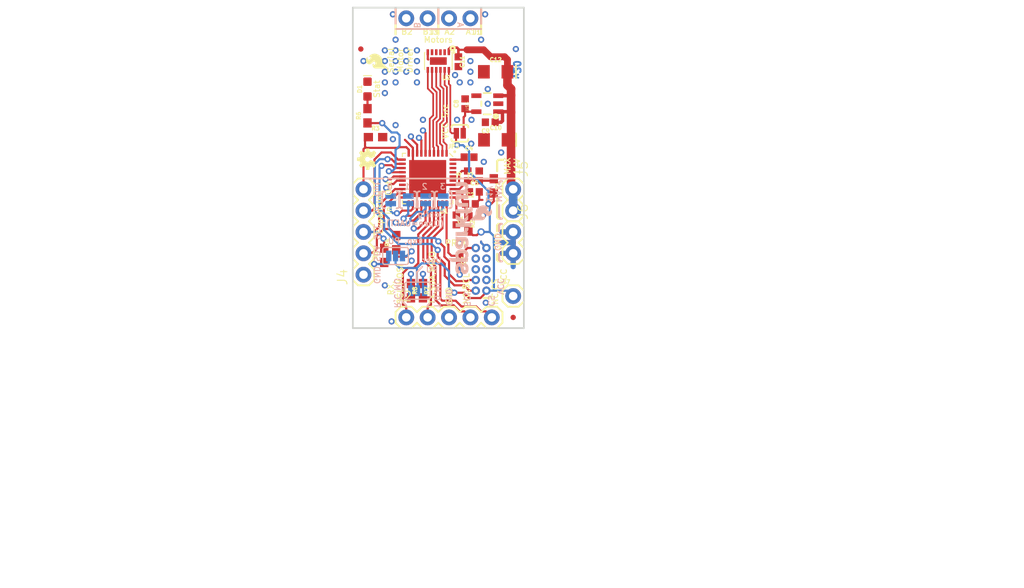
<source format=kicad_pcb>
(kicad_pcb (version 20211014) (generator pcbnew)
  (layers (0 "F.Cu" signal) (31 "B.Cu" signal) (34 "B.Paste" user) (35 "F.Paste" user) (36 "B.SilkS" user "B.Silkscreen") (37 "F.SilkS" user "F.Silkscreen") (38 "B.Mask" user) (39 "F.Mask" user) (44 "Edge.Cuts" user))
  (net 0 "")
  (net 1 "GND")
  (net 2 "N$1")
  (net 3 "VDDD")
  (net 4 "N$3")
  (net 5 "N$4")
  (net 6 "VCC")
  (net 7 "~{RESET}")
  (net 8 "P2.1")
  (net 9 "P2.2")
  (net 10 "P2.3")
  (net 11 "P2.4")
  (net 12 "VIN")
  (net 13 "RX_SCL_MOSI_IN")
  (net 14 "TX_SDA_MISO_IN")
  (net 15 "CLK_IN")
  (net 16 "SS_IN")
  (net 17 "SCL_OUT")
  (net 18 "SDA_OUT")
  (net 19 "MODEB0")
  (net 20 "MODEB1")
  (net 21 "MODEB2")
  (net 22 "MODEB3")
  (net 23 "CONFIG_IN")
  (net 24 "CONFIG_OUT")
  (net 25 "P3.2")
  (net 26 "P3.3")
  (net 27 "P2.0")
  (net 28 "N$10")
  (net 29 "AOUT1")
  (net 30 "AOUT2")
  (net 31 "BOUT1")
  (net 32 "BOUT2")
  (net 33 "N$11")
  (net 34 "N$12")
  (net 35 "U2.5")
  (net 36 "U2.6")
  (net 37 "U2.7")
  (net 38 "U3.5")
  (net 39 "U3.6")
  (net 40 "SLED")
  (net 41 "N$5")
  (net 42 "N$2")
  (net 43 "N$6")
  (footprint "boardEagle:1X02@1" (layer "F.Cu") (at 157.3911 112.6236 -90)
    (fp_text reference "J6")
    (fp_text value "DNP")
  )
  (footprint "boardEagle:MICRO-FIDUCIAL" (layer "F.Cu") (at 139.2936 90.87485 90)
    (fp_text reference "FD2" hide)
    (fp_text value "FIDUCIALUFIDUCIAL" hide)
  )
  (footprint "boardEagle:1X02@1" (layer "F.Cu") (at 157.3911 107.5436 -90)
    (fp_text reference "J5")
    (fp_text value "DNP")
  )
  (footprint "boardEagle:0402" (layer "F.Cu") (at 153.35885 105.9561 90)
    (fp_text reference "C3")
    (fp_text value "1.0uF")
  )
  (footprint "boardEagle:1X02_NO_SILK" (layer "F.Cu") (at 152.3111 87.2236 180)
    (fp_text reference "J1")
    (fp_text value "DNP")
  )
  (footprint "boardEagle:LED-0603" (layer "F.Cu") (at 140.08735 95.63735 90)
    (fp_text reference "D1")
    (fp_text value "RED")
  )
  (footprint "boardEagle:0603" (layer "F.Cu") (at 143.500475 113.8936 90)
    (fp_text reference "R4")
    (fp_text value "4.7k")
  )
  (footprint "boardEagle:0603" (layer "F.Cu") (at 141.03985 101.35235)
    (fp_text reference "R3")
    (fp_text value "4.7k")
  )
  (footprint "boardEagle:PAD-JUMPER-2-NC_BY_PASTE_YES_SILK" (layer "F.Cu") (at 151.056975 100.891975 180)
    (fp_text reference "JP5")
    (fp_text value "JUMPER-PAD-2")
  )
  (footprint "boardEagle:STAND-OFF" (layer "F.Cu") (at 144.6911 97.3836)
    (fp_text reference "H1" hide)
    (fp_text value "STAND-OFF" hide)
  )
  (footprint "boardEagle:1X02_NO_SILK" (layer "F.Cu") (at 147.2311 87.2236 180)
    (fp_text reference "J3")
    (fp_text value "DNP")
  )
  (footprint "boardEagle:0603" (layer "F.Cu") (at 146.675475 119.6086 -90)
    (fp_text reference "R7")
    (fp_text value "4.7k")
  )
  (footprint "boardEagle:0603" (layer "F.Cu") (at 145.246725 119.6086 -90)
    (fp_text reference "R8")
    (fp_text value "4.7k")
  )
  (footprint "boardEagle:QFN-40" (layer "F.Cu") (at 147.2311 106.2736 180)
    (fp_text reference "U1")
    (fp_text value "CY8C4245LQI-483")
  )
  (footprint "boardEagle:WSON-12" (layer "F.Cu") (at 148.5011 92.3036 180)
    (fp_text reference "U2")
    (fp_text value "DRV8835")
  )
  (footprint "boardEagle:0402" (layer "F.Cu") (at 152.15235 103.7336)
    (fp_text reference "C4")
    (fp_text value "1.0uF")
  )
  (footprint "boardEagle:0603" (layer "F.Cu") (at 140.08735 98.81235 90)
    (fp_text reference "R6")
    (fp_text value "470")
  )
  (footprint "boardEagle:0402" (layer "F.Cu") (at 150.644225 111.19485 -90)
    (fp_text reference "C1")
    (fp_text value "1.0uF")
  )
  (footprint "boardEagle:0603" (layer "F.Cu") (at 155.089225 107.146725 -90)
    (fp_text reference "R1")
    (fp_text value "1")
  )
  (footprint "boardEagle:1X01" (layer "F.Cu") (at 157.3911 120.2436)
    (fp_text reference "J7")
    (fp_text value "DNP")
  )
  (footprint "boardEagle:STAND-OFF" (layer "F.Cu") (at 140.8811 121.5136)
    (fp_text reference "H4" hide)
    (fp_text value "STAND-OFF" hide)
  )
  (footprint "boardEagle:MICRO-FIDUCIAL" (layer "F.Cu") (at 157.3911 122.7836 90)
    (fp_text reference "FD1" hide)
    (fp_text value "FIDUCIALUFIDUCIAL" hide)
  )
  (footprint "boardEagle:0603" (layer "F.Cu") (at 152.072975 111.6711 -90)
    (fp_text reference "R2")
    (fp_text value "1")
  )
  (footprint "boardEagle:0402" (layer "F.Cu") (at 151.0411 116.036725 -90)
    (fp_text reference "C7")
    (fp_text value "0.1uF")
  )
  (footprint "boardEagle:EIA3216" (layer "F.Cu") (at 155.311475 93.581538)
    (fp_text reference "C12")
    (fp_text value "10uF")
  )
  (footprint "boardEagle:SOT-23-5-VREG" (layer "F.Cu") (at 154.319287 97.375663 90)
    (fp_text reference "U$3")
    (fp_text value "SPX3819M5_3_3")
  )
  (footprint "boardEagle:1X05" (layer "F.Cu") (at 144.6911 122.7836)
    (fp_text reference "J2")
    (fp_text value "DNP")
  )
  (footprint "boardEagle:2X5-PTH-1.27MM" (layer "F.Cu") (at 153.5811 117.0686 90)
    (fp_text reference "J8")
    (fp_text value "CORTEX_DEBUGPTH")
  )
  (footprint "boardEagle:0603" (layer "F.Cu") (at 142.071725 115.401725 90)
    (fp_text reference "R5")
    (fp_text value "4.7k")
  )
  (footprint "boardEagle:1X05" (layer "F.Cu") (at 139.6111 117.7036 90)
    (fp_text reference "J4")
    (fp_text value "DNP")
  )
  (footprint "boardEagle:STAND-OFF" (layer "F.Cu") (at 140.8811 88.4936)
    (fp_text reference "H2" hide)
    (fp_text value "STAND-OFF" hide)
  )
  (footprint "boardEagle:CREATIVE_COMMONS" (layer "F.Cu") (at 116.7511 151.9936)
    (fp_text reference "FRAME1" hide)
    (fp_text value "FRAME-LETTER" hide)
  )
  (footprint "boardEagle:0402" (layer "F.Cu") (at 150.88235 92.382975 -90)
    (fp_text reference "C11")
    (fp_text value "0.1uF")
  )
  (footprint "boardEagle:OSHW-LOGO-MINI" (layer "F.Cu") (at 140.08735 103.971725 90)
    (fp_text reference "LOGO2" hide)
    (fp_text value "OSHW-LOGOMINI" hide)
  )
  (footprint "boardEagle:SFE_LOGO_FLAME_.1" (layer "F.Cu") (at 142.81785 93.470413 90)
    (fp_text reference "LOGO1" hide)
    (fp_text value "SFE_LOGO_FLAME.1_INCH" hide)
  )
  (footprint "boardEagle:EIA3216" (layer "F.Cu") (at 155.32735 101.66985)
    (fp_text reference "C10")
    (fp_text value "10uF")
  )
  (footprint "boardEagle:0402" (layer "F.Cu") (at 152.78735 107.8611)
    (fp_text reference "C5")
    (fp_text value "0.1uF")
  )
  (footprint "boardEagle:STAND-OFF" (layer "F.Cu") (at 156.1211 88.4936)
    (fp_text reference "H3" hide)
    (fp_text value "STAND-OFF" hide)
  )
  (footprint "boardEagle:0402" (layer "F.Cu") (at 151.684037 97.3836 90)
    (fp_text reference "C8")
    (fp_text value "1.0uF")
  )
  (footprint "boardEagle:0402" (layer "F.Cu") (at 154.668537 99.582288 180)
    (fp_text reference "C9")
    (fp_text value "1.0uF")
  )
  (footprint "boardEagle:0402" (layer "F.Cu") (at 151.9936 105.9561 90)
    (fp_text reference "C6")
    (fp_text value "0.1uF")
  )
  (footprint "boardEagle:0402" (layer "F.Cu") (at 152.3111 109.28985)
    (fp_text reference "C2")
    (fp_text value "1.0uF")
  )
  (footprint "boardEagle:SFE_LOGO_NAME_FLAME_.1" (layer "B.Cu") (at 149.652037 118.060788 90)
    (fp_text reference "LOGO3" hide)
    (fp_text value "SFE_LOGO_NAME_FLAME.1_INCH" hide)
  )
  (footprint "boardEagle:PAD-JUMPER-2-NO_YES_SILK" (layer "B.Cu") (at 149.080537 108.805663 -90)
    (fp_text reference "JP1")
    (fp_text value "JUMPER-PAD-2")
  )
  (footprint "boardEagle:PAD-JUMPER-3-NO_YES_SILK" (layer "B.Cu") (at 146.040475 119.6086)
    (fp_text reference "JP6")
    (fp_text value "JUMPER-PAD-3-NOYES_SILK")
  )
  (footprint "boardEagle:PAD-JUMPER-2-NO_YES_SILK" (layer "B.Cu") (at 144.921287 108.805663 -90)
    (fp_text reference "JP3")
    (fp_text value "JUMPER-PAD-2")
  )
  (footprint "boardEagle:PAD-JUMPER-2-NO_YES_SILK" (layer "B.Cu") (at 147.000912 108.805663 -90)
    (fp_text reference "JP2")
    (fp_text value "JUMPER-PAD-2")
  )
  (footprint "boardEagle:PAD-JUMPER-2-NO_YES_SILK" (layer "B.Cu") (at 142.841662 108.805663 -90)
    (fp_text reference "JP4")
    (fp_text value "JUMPER-PAD-2")
  )
  (footprint "boardEagle:PAD-JUMPER-3-NO_YES_SILK" (layer "B.Cu") (at 143.4211 115.4811 180)
    (fp_text reference "JP7")
    (fp_text value "JUMPER-PAD-3-NOYES_SILK")
  )
  (gr_line (start 144.6911 121.35485) (end 144.6911 121.5136) (layer "B.SilkS") (width 0.2032))
  (gr_line (start 155.724225 115.95735) (end 155.882975 116.1161) (layer "B.SilkS") (width 0.254))
  (gr_line (start 155.724225 112.544225) (end 155.724225 111.82985) (layer "B.SilkS") (width 0.254))
  (gr_line (start 155.882975 111.0361) (end 156.041725 111.0361) (layer "B.SilkS") (width 0.254))
  (gr_line (start 157.3911 106.2736) (end 139.6111 106.2736) (layer "B.SilkS") (width 0.2032))
  (gr_line (start 153.5811 86.0806) (end 153.5811 87.8586) (layer "B.SilkS") (width 0.254))
  (gr_line (start 145.9611 117.3861) (end 146.5961 116.7511) (layer "B.SilkS") (width 0.2032))
  (gr_line (start 148.5011 86.0806) (end 148.5011 87.8586) (layer "B.SilkS") (width 0.254))
  (gr_line (start 155.724225 115.242975) (end 155.724225 115.95735) (layer "B.SilkS") (width 0.254))
  (gr_line (start 147.2311 121.35485) (end 147.469225 121.116725) (layer "B.SilkS") (width 0.2032))
  (gr_line (start 153.5811 88.4936) (end 143.4211 88.4936) (layer "B.SilkS") (width 0.2032))
  (gr_line (start 155.724225 110.87735) (end 155.882975 111.0361) (layer "B.SilkS") (width 0.254))
  (gr_line (start 155.882975 106.5911) (end 156.041725 106.5911) (layer "B.SilkS") (width 0.254))
  (gr_line (start 144.21485 120.8786) (end 144.6911 121.35485) (layer "B.SilkS") (width 0.2032))
  (gr_line (start 155.724225 111.82985) (end 155.882975 111.6711) (layer "B.SilkS") (width 0.254))
  (gr_line (start 147.2311 121.5136) (end 147.2311 121.35485) (layer "B.SilkS") (width 0.2032))
  (gr_line (start 155.724225 106.74985) (end 155.882975 106.5911) (layer "B.SilkS") (width 0.254))
  (gr_line (start 143.4211 86.0806) (end 143.4211 87.8586) (layer "B.SilkS") (width 0.254))
  (gr_line (start 155.882975 111.6711) (end 156.041725 111.6711) (layer "B.SilkS") (width 0.254))
  (gr_line (start 155.724225 106.9086) (end 155.724225 106.74985) (layer "B.SilkS") (width 0.254))
  (gr_line (start 155.882975 116.1161) (end 156.041725 116.1161) (layer "B.SilkS") (width 0.254))
  (gr_line (start 145.9611 118.564025) (end 145.9611 117.3861) (layer "B.SilkS") (width 0.2032))
  (gr_line (start 155.724225 109.4486) (end 155.724225 110.87735) (layer "B.SilkS") (width 0.254))
  (gr_line (start 143.4211 86.0806) (end 143.4211 89.1286) (layer "F.SilkS") (width 0.254))
  (gr_line (start 155.4861 104.20985) (end 155.64485 104.0511) (layer "F.SilkS") (width 0.254))
  (gr_line (start 155.4861 105.400475) (end 155.4861 104.20985) (layer "F.SilkS") (width 0.254))
  (gr_line (start 155.64485 116.1161) (end 155.8036 116.1161) (layer "F.SilkS") (width 0.254))
  (gr_line (start 148.5011 86.0806) (end 148.5011 89.1286) (layer "F.SilkS") (width 0.254))
  (gr_circle (center 150.2029 90.805) (end 150.31649 90.805) (layer "F.SilkS") (width 0.254) (fill none))
  (gr_line (start 155.4861 115.242975) (end 155.4861 115.95735) (layer "F.SilkS") (width 0.254))
  (gr_line (start 155.4861 111.82985) (end 155.64485 111.6711) (layer "F.SilkS") (width 0.254))
  (gr_circle (center 155.3337 98.8822) (end 155.44729 98.8822) (layer "F.SilkS") (width 0.254) (fill none))
  (gr_line (start 155.64485 111.6711) (end 155.8036 111.6711) (layer "F.SilkS") (width 0.254))
  (gr_line (start 155.4861 115.95735) (end 155.64485 116.1161) (layer "F.SilkS") (width 0.254))
  (gr_line (start 155.4861 108.65485) (end 155.4861 110.87735) (layer "F.SilkS") (width 0.254))
  (gr_line (start 155.64485 111.0361) (end 155.8036 111.0361) (layer "F.SilkS") (width 0.254))
  (gr_line (start 155.64485 104.0511) (end 156.200475 104.0511) (layer "F.SilkS") (width 0.254))
  (gr_line (start 155.4861 112.544225) (end 155.4861 111.82985) (layer "F.SilkS") (width 0.254))
  (gr_line (start 155.4861 110.87735) (end 155.64485 111.0361) (layer "F.SilkS") (width 0.254))
  (gr_line (start 153.5811 86.0806) (end 153.5811 89.1286) (layer "F.SilkS") (width 0.254))
  (gr_line (start 138.3411 124.0536) (end 158.6611 124.0536) (layer "Edge.Cuts") (width 0.2032))
  (gr_line (start 158.6611 85.9536) (end 138.3411 85.9536) (layer "Edge.Cuts") (width 0.2032))
  (gr_line (start 138.3411 85.9536) (end 138.3411 124.0536) (layer "Edge.Cuts") (width 0.2032))
  (gr_line (start 158.6611 124.0536) (end 158.6611 85.9536) (layer "Edge.Cuts") (width 0.2032))
  (gr_text "v20" (at 158.303912 92.105163 -90) (layer "B.Cu") (effects (font (size 0.8128 0.8128) (thickness 0.2032)) (justify right top mirror)))
  (gr_text "0" (at 142.746412 107.2261) (layer "B.SilkS") (effects (font (size 0.69088 0.69088) (thickness 0.12192)) (justify mirror)))
  (gr_text "User\nPU" (at 147.747037 116.552663) (layer "B.SilkS") (effects (font (size 0.69088 0.69088) (thickness 0.12192)) (justify mirror)))
  (gr_text "SDA" (at 141.1986 115.203288 -90) (layer "B.SilkS") (effects (font (size 0.69088 0.69088) (thickness 0.12192)) (justify mirror)))
  (gr_text "GND" (at 141.1986 117.743288 -90) (layer "B.SilkS") (effects (font (size 0.69088 0.69088) (thickness 0.12192)) (justify mirror)))
  (gr_text "MAX\n11V" (at 155.089225 109.170788 -90) (layer "B.SilkS") (effects (font (size 0.69088 0.69088) (thickness 0.12192)) (justify left mirror)))
  (gr_text "GND" (at 149.7711 121.553288 -90) (layer "B.SilkS") (effects (font (size 0.69088 0.69088) (thickness 0.12192)) (justify left mirror)))
  (gr_text "Out" (at 141.1986 107.5436 -90) (layer "B.SilkS") (effects (font (size 0.69088 0.69088) (thickness 0.12192)) (justify mirror)))
  (gr_text "A" (at 151.120475 87.620475 -90) (layer "B.SilkS") (effects (font (size 0.69088 0.69088) (thickness 0.12192)) (justify right mirror)))
  (gr_text "R,C,MO" (at 143.619537 121.751725 -90) (layer "B.SilkS") (effects (font (size 0.69088 0.69088) (thickness 0.12192)) (justify left mirror)))
  (gr_text "T,D,MI" (at 148.34235 121.751725 -90) (layer "B.SilkS") (effects (font (size 0.69088 0.69088) (thickness 0.12192)) (justify left mirror)))
  (gr_text "Config" (at 147.667662 110.520163) (layer "B.SilkS") (effects (font (size 0.69088 0.69088) (thickness 0.12192)) (justify mirror)))
  (gr_text "(Open=UART)" (at 142.190787 111.591725) (layer "B.SilkS") (effects (font (size 0.69088 0.69088) (thickness 0.12192)) (justify right mirror)))
  (gr_text "1" (at 144.810162 107.2261) (layer "B.SilkS") (effects (font (size 0.69088 0.69088) (thickness 0.12192)) (justify mirror)))
  (gr_text "GND" (at 155.565475 114.965163 -90) (layer "B.SilkS") (effects (font (size 0.69088 0.69088) (thickness 0.12192)) (justify left mirror)))
  (gr_text "SCL" (at 141.1986 112.6236 -90) (layer "B.SilkS") (effects (font (size 0.69088 0.69088) (thickness 0.12192)) (justify mirror)))
  (gr_text "SCL" (at 151.914225 121.592975 -90) (layer "B.SilkS") (effects (font (size 0.69088 0.69088) (thickness 0.12192)) (justify left mirror)))
  (gr_text "2" (at 146.873912 107.2261) (layer "B.SilkS") (effects (font (size 0.69088 0.69088) (thickness 0.12192)) (justify mirror)))
  (gr_text "B" (at 145.9611 87.620475 -90) (layer "B.SilkS") (effects (font (size 0.69088 0.69088) (thickness 0.12192)) (justify right mirror)))
  (gr_text "Exp. PU" (at 144.572037 113.695163) (layer "B.SilkS") (effects (font (size 0.69088 0.69088) (thickness 0.12192)) (justify mirror)))
  (gr_text "VCC" (at 155.882975 120.164225 -90) (layer "B.SilkS") (effects (font (size 0.69088 0.69088) (thickness 0.12192)) (justify left mirror)))
  (gr_text "3" (at 149.017037 107.2261) (layer "B.SilkS") (effects (font (size 0.69088 0.69088) (thickness 0.12192)) (justify mirror)))
  (gr_text "CS" (at 154.771725 121.553288 -90) (layer "B.SilkS") (effects (font (size 0.69088 0.69088) (thickness 0.12192)) (justify left mirror)))
  (gr_text "In" (at 141.1986 110.0836 -90) (layer "B.SilkS") (effects (font (size 0.69088 0.69088) (thickness 0.12192)) (justify mirror)))
  (gr_text "A1" (at 152.390475 88.8111) (layer "F.SilkS") (effects (font (size 0.69088 0.69088) (thickness 0.12192))))
  (gr_text "MAX\n11V" (at 157.279975 105.8926 90) (layer "F.SilkS") (effects (font (size 0.69088 0.69088) (thickness 0.12192)) (justify left)))
  (gr_text "NC,SCL" (at 151.83485 121.275475 90) (layer "F.SilkS") (effects (font (size 0.69088 0.69088) (thickness 0.12192)) (justify left)))
  (gr_text "B1" (at 147.310475 88.8111) (layer "F.SilkS") (effects (font (size 0.69088 0.69088) (thickness 0.12192))))
  (gr_text "B2" (at 144.770475 88.8111) (layer "F.SilkS") (effects (font (size 0.69088 0.69088) (thickness 0.12192))))
  (gr_text "VCC" (at 156.27985 119.052975 90) (layer "F.SilkS") (effects (font (size 0.69088 0.69088) (thickness 0.12192)) (justify left)))
  (gr_text "Stat" (at 141.1986 95.63735 90) (layer "F.SilkS") (effects (font (size 0.69088 0.69088) (thickness 0.12192))))
  (gr_text "A2" (at 149.850475 88.8111) (layer "F.SilkS") (effects (font (size 0.69088 0.69088) (thickness 0.12192))))
  (gr_text "Motors" (at 148.5011 89.7636) (layer "F.SilkS") (effects (font (size 0.69088 0.69088) (thickness 0.12192))))
  (gr_text "Expansion" (at 141.555787 112.9411 90) (layer "F.SilkS") (effects (font (size 0.69088 0.69088) (thickness 0.12192)) (justify left)))
  (gr_text "VCC Src" (at 149.342475 99.4791 90) (layer "F.SilkS") (effects (font (size 0.69088 0.69088) (thickness 0.12192))))
  (gr_text "PROG" (at 149.24405 113.947575) (layer "F.SilkS") (effects (font (size 0.69088 0.69088) (thickness 0.12192)) (justify left)))
  (gr_text "Serial\nMotor\nDriver" (at 143.976725 92.224225 90) (layer "F.SilkS") (effects (font (size 0.69088 0.69088) (thickness 0.12192))))
  (gr_text "  RX,\nSCL,MOSI" (at 143.4211 121.275475 90) (layer "F.SilkS") (effects (font (size 0.69088 0.69088) (thickness 0.12192)) (justify left)))
  (gr_text "Out" (at 142.5956 107.4166 90) (layer "F.SilkS") (effects (font (size 0.69088 0.69088) (thickness 0.12192))))
  (gr_text "GND" (at 149.7711 121.35485 90) (layer "F.SilkS") (effects (font (size 0.69088 0.69088) (thickness 0.12192)) (justify left)))
  (gr_text "TX,SDA,MISO" (at 147.786725 121.275475 90) (layer "F.SilkS") (effects (font (size 0.69088 0.69088) (thickness 0.12192)) (justify left)))
  (gr_text "In" (at 142.5956 110.0836 90) (layer "F.SilkS") (effects (font (size 0.69088 0.69088) (thickness 0.12192))))
  (gr_text "GND" (at 155.533725 114.917538 90) (layer "F.SilkS") (effects (font (size 0.69088 0.69088) (thickness 0.12192)) (justify left)))
  (gr_text "NC,CS" (at 155.247975 121.35485 90) (layer "F.SilkS") (effects (font (size 0.69088 0.69088) (thickness 0.12192)) (justify left)))
  (segment (start 156.041725 112.6236) (end 157.3911 112.6236) (width 0.6096) (layer "F.Cu") (net 1))
  (segment (start 153.36735 108.8136) (end 153.73985 108.8136) (width 0.254) (layer "F.Cu") (net 1))
  (segment (start 150.961725 106.860975) (end 150.961725 105.717975) (width 0.254) (layer "F.Cu") (net 1))
  (segment (start 151.0411 116.616725) (end 151.0411 117.7036) (width 0.254) (layer "F.Cu") (net 1))
  (segment (start 145.4811 102.6186) (end 144.53235 101.66985) (width 0.254) (layer "F.Cu") (net 1))
  (segment (start 147.2511 91.2536) (end 147.2511 92.0696) (width 0.254) (layer "F.Cu") (net 1))
  (segment (start 150.2311 107.0236) (end 149.012975 107.0236) (width 0.254) (layer "F.Cu") (net 1))
  (segment (start 153.36735 107.8611) (end 153.36735 108.8136) (width 0.254) (layer "F.Cu") (net 1))
  (segment (start 148.8186 106.829225) (end 147.786725 106.829225) (width 0.254) (layer "F.Cu") (net 1))
  (segment (start 149.012975 107.0236) (end 148.8186 106.829225) (width 0.254) (layer "F.Cu") (net 1))
  (segment (start 157.3911 115.1636) (end 157.3911 113.8936) (width 0.6096) (layer "F.Cu") (net 1))
  (segment (start 153.5811 113.8936) (end 153.5811 113.7666) (width 0.254) (layer "F.Cu") (net 1))
  (segment (start 151.9936 105.3761) (end 151.3036 105.3761) (width 0.254) (layer "F.Cu") (net 1))
  (segment (start 150.2311 107.0236) (end 150.7991 107.0236) (width 0.254) (layer "F.Cu") (net 1))
  (segment (start 147.786725 106.829225) (end 147.2311 106.2736) (width 0.254) (layer "F.Cu") (net 1))
  (segment (start 145.4811 104.602975) (end 145.722975 104.84485) (width 0.254) (layer "F.Cu") (net 1))
  (segment (start 145.4811 103.2736) (end 145.4811 102.6186) (width 0.254) (layer "F.Cu") (net 1))
  (segment (start 157.3911 116.512975) (end 157.3911 115.1636) (width 0.6096) (layer "F.Cu") (net 1))
  (segment (start 153.36735 108.8136) (end 152.8911 109.28985) (width 0.254) (layer "F.Cu") (net 1))
  (segment (start 150.644225 111.77485) (end 150.61985 111.77485) (width 0.254) (layer "F.Cu") (net 1))
  (segment (start 150.7991 107.0236) (end 150.961725 106.860975) (width 0.254) (layer "F.Cu") (net 1))
  (segment (start 156.041725 113.8936) (end 157.3911 113.8936) (width 0.6096) (layer "F.Cu") (net 1))
  (segment (start 151.3036 105.3761) (end 150.961725 105.717975) (width 0.254) (layer "F.Cu") (net 1))
  (segment (start 145.4811 103.2736) (end 145.4811 104.602975) (width 0.254) (layer "F.Cu") (net 1))
  (segment (start 154.2161 114.5286) (end 153.5811 113.8936) (width 0.254) (layer "F.Cu") (net 1))
  (segment (start 157.3911 113.8936) (end 157.3911 112.6236) (width 0.6096) (layer "F.Cu") (net 1))
  (segment (start 147.2511 92.0696) (end 147.3073 92.1258) (width 0.254) (layer "F.Cu") (net 1))
  (segment (start 156.041725 115.1636) (end 157.3911 115.1636) (width 0.6096) (layer "F.Cu") (net 1))
  (via (at 143.4211 94.8436) (size 0.7366) (drill 0.381) (layers "F.Cu" "B.Cu") (net 1))
  (via (at 143.4211 91.0336) (size 0.7366) (drill 0.381) (layers "F.Cu" "B.Cu") (net 1))
  (via (at 152.3111 94.8436) (size 0.7366) (drill 0.381) (layers "F.Cu" "B.Cu") (net 1))
  (via (at 143.4211 92.3036) (size 0.7366) (drill 0.381) (layers "F.Cu" "B.Cu") (net 1))
  (via (at 142.94485 123.25985) (size 0.7366) (drill 0.381) (layers "F.Cu" "B.Cu") (net 1))
  (via (at 144.6911 91.0336) (size 0.7366) (drill 0.381) (layers "F.Cu" "B.Cu") (net 1))
  (via (at 143.4211 93.5736) (size 0.7366) (drill 0.381) (layers "F.Cu" "B.Cu") (net 1))
  (via (at 142.1511 94.8436) (size 0.7366) (drill 0.381) (layers "F.Cu" "B.Cu") (net 1))
  (via (at 142.1511 118.9736) (size 0.7366) (drill 0.381) (layers "F.Cu" "B.Cu") (net 1))
  (via (at 157.7086 90.87485) (size 0.7366) (drill 0.381) (layers "F.Cu" "B.Cu") (net 1))
  (via (at 154.05735 86.74735) (size 0.7366) (drill 0.381) (layers "F.Cu" "B.Cu") (net 1))
  (via (at 150.485475 93.970475) (size 0.7366) (drill 0.381) (layers "F.Cu" "B.Cu") (net 1))
  (via (at 143.4211 99.9236) (size 0.7366) (drill 0.381) (layers "F.Cu" "B.Cu") (net 1))
  (via (at 145.9611 92.3036) (size 0.7366) (drill 0.381) (layers "F.Cu" "B.Cu") (net 1))
  (via (at 151.0411 117.7036) (size 0.7366) (drill 0.381) (layers "F.Cu" "B.Cu") (net 1))
  (via (at 145.9611 93.5736) (size 0.7366) (drill 0.381) (layers "F.Cu" "B.Cu") (net 1))
  (via (at 152.3111 93.5736) (size 0.7366) (drill 0.381) (layers "F.Cu" "B.Cu") (net 1))
  (via (at 145.3261 116.036725) (size 0.7366) (drill 0.381) (layers "F.Cu" "B.Cu") (net 1))
  (via (at 142.1511 92.3036) (size 0.7366) (drill 0.381) (layers "F.Cu" "B.Cu") (net 1))
  (via (at 154.37485 97.3836) (size 0.7366) (drill 0.381) (layers "F.Cu" "B.Cu") (net 1))
  (via (at 143.1036 101.590475) (size 0.7366) (drill 0.381) (layers "F.Cu" "B.Cu") (net 1))
  (via (at 153.819225 110.639225) (size 0.7366) (drill 0.381) (layers "F.Cu" "B.Cu") (net 1))
  (via (at 143.1036 86.74735) (size 0.7366) (drill 0.381) (layers "F.Cu" "B.Cu") (net 1))
  (via (at 153.8986 104.289225) (size 0.7366) (drill 0.381) (layers "F.Cu" "B.Cu") (net 1))
  (via (at 155.96235 103.177975) (size 0.7366) (drill 0.381) (layers "F.Cu" "B.Cu") (net 1))
  (via (at 152.3111 92.3036) (size 0.7366) (drill 0.381) (layers "F.Cu" "B.Cu") (net 1))
  (via (at 145.9611 91.0336) (size 0.7366) (drill 0.381) (layers "F.Cu" "B.Cu") (net 1))
  (via (at 144.6911 93.5736) (size 0.7366) (drill 0.381) (layers "F.Cu" "B.Cu") (net 1))
  (via (at 153.5811 89.7636) (size 0.7366) (drill 0.381) (layers "F.Cu" "B.Cu") (net 1))
  (via (at 151.0157 113.9444) (size 0.7366) (drill 0.381) (layers "F.Cu" "B.Cu") (net 1))
  (via (at 142.1511 96.1136) (size 0.7366) (drill 0.381) (layers "F.Cu" "B.Cu") (net 1))
  (via (at 144.6911 92.3036) (size 0.7366) (drill 0.381) (layers "F.Cu" "B.Cu") (net 1))
  (via (at 151.0411 94.8436) (size 0.7366) (drill 0.381) (layers "F.Cu" "B.Cu") (net 1))
  (via (at 154.136725 121.03735) (size 0.7366) (drill 0.381) (layers "F.Cu" "B.Cu") (net 1))
  (via (at 146.675475 99.2886) (size 0.7366) (drill 0.381) (layers "F.Cu" "B.Cu") (net 1))
  (via (at 143.4211 89.7636) (size 0.7366) (drill 0.381) (layers "F.Cu" "B.Cu") (net 1))
  (via (at 152.4381 99.2886) (size 0.7366) (drill 0.381) (layers "F.Cu" "B.Cu") (net 1))
  (via (at 150.7236 99.2886) (size 0.7366) (drill 0.381) (layers "F.Cu" "B.Cu") (net 1))
  (via (at 154.37485 95.63735) (size 0.7366) (drill 0.381) (layers "F.Cu" "B.Cu") (net 1))
  (via (at 145.9611 94.8436) (size 0.7366) (drill 0.381) (layers "F.Cu" "B.Cu") (net 1))
  (via (at 139.6111 92.3036) (size 0.7366) (drill 0.381) (layers "F.Cu" "B.Cu") (net 1))
  (via (at 142.1511 91.0336) (size 0.7366) (drill 0.381) (layers "F.Cu" "B.Cu") (net 1))
  (via (at 152.40635 102.130225) (size 0.7366) (drill 0.381) (layers "F.Cu" "B.Cu") (net 1))
  (via (at 142.1511 93.5736) (size 0.7366) (drill 0.381) (layers "F.Cu" "B.Cu") (net 1))
  (segment (start 157.3911 113.8936) (end 157.3911 115.1636) (width 0.6096) (layer "B.Cu") (net 1))
  (segment (start 157.3911 112.6236) (end 157.3911 113.8936) (width 0.6096) (layer "B.Cu") (net 1))
  (segment (start 153.5811 113.8936) (end 153.5811 113.7666) (width 0.254) (layer "B.Cu") (net 1))
  (segment (start 157.3911 113.8936) (end 156.041725 113.8936) (width 0.6096) (layer "B.Cu") (net 1))
  (segment (start 154.2161 114.5286) (end 153.5811 113.8936) (width 0.254) (layer "B.Cu") (net 1))
  (segment (start 157.3911 115.1636) (end 157.3911 116.7511) (width 0.6096) (layer "B.Cu") (net 1))
  (segment (start 151.0411 117.7036) (end 151.0411 116.4336) (width 0.254) (layer "B.Cu") (net 1))
  (segment (start 157.3911 112.6236) (end 156.041725 112.6236) (width 0.6096) (layer "B.Cu") (net 1))
  (segment (start 157.3911 115.1636) (end 156.1211 115.1636) (width 0.6096) (layer "B.Cu") (net 1))
  (segment (start 150.512975 108.5236) (end 150.644225 108.65485) (width 0.254) (layer "F.Cu") (net 2))
  (segment (start 150.2311 108.5236) (end 150.512975 108.5236) (width 0.254) (layer "F.Cu") (net 2))
  (segment (start 150.644225 108.65485) (end 150.644225 110.61485) (width 0.254) (layer "F.Cu") (net 2))
  (segment (start 151.3586 108.02735) (end 151.35485 108.0236) (width 0.254) (layer "F.Cu") (net 3))
  (segment (start 151.83485 110.004225) (end 151.914225 110.004225) (width 0.254) (layer "F.Cu") (net 3))
  (segment (start 151.7311 109.900475) (end 151.83485 110.004225) (width 0.254) (layer "F.Cu") (net 3))
  (segment (start 151.7311 109.265475) (end 151.3586 108.892975) (width 0.254) (layer "F.Cu") (net 3))
  (segment (start 151.35485 108.0236) (end 151.51735 107.8611) (width 0.254) (layer "F.Cu") (net 3))
  (segment (start 152.072975 110.162975) (end 152.072975 110.8211) (width 0.254) (layer "F.Cu") (net 3))
  (segment (start 152.20735 107.8611) (end 151.51735 107.8611) (width 0.254) (layer "F.Cu") (net 3))
  (segment (start 151.3586 108.892975) (end 151.3586 108.02735) (width 0.254) (layer "F.Cu") (net 3))
  (segment (start 151.7311 109.28985) (end 151.7311 109.265475) (width 0.254) (layer "F.Cu") (net 3))
  (segment (start 151.914225 110.004225) (end 152.072975 110.162975) (width 0.254) (layer "F.Cu") (net 3))
  (segment (start 150.2311 108.0236) (end 151.35485 108.0236) (width 0.254) (layer "F.Cu") (net 3))
  (segment (start 151.7311 109.28985) (end 151.7311 109.900475) (width 0.254) (layer "F.Cu") (net 3))
  (segment (start 153.35885 106.5361) (end 151.9936 106.5361) (width 0.254) (layer "F.Cu") (net 4))
  (segment (start 155.089225 106.296725) (end 154.84985 106.5361) (width 0.254) (layer "F.Cu") (net 4))
  (segment (start 150.2311 107.5236) (end 151.0061 107.5236) (width 0.254) (layer "F.Cu") (net 4))
  (segment (start 154.84985 106.5361) (end 153.35885 106.5361) (width 0.254) (layer "F.Cu") (net 4))
  (segment (start 151.0061 107.5236) (end 151.9936 106.5361) (width 0.254) (layer "F.Cu") (net 4))
  (segment (start 150.2311 104.0236) (end 151.28235 104.0236) (width 0.254) (layer "F.Cu") (net 5))
  (segment (start 151.28235 104.0236) (end 151.57235 103.7336) (width 0.254) (layer "F.Cu") (net 5))
  (segment (start 150.606975 100.891975) (end 150.644275 100.891975) (width 0.254) (layer "F.Cu") (net 6))
  (segment (start 152.136475 120.481725) (end 151.501475 119.846725) (width 0.254) (layer "F.Cu") (net 6))
  (segment (start 151.501475 119.846725) (end 150.4061 119.846725) (width 0.254) (layer "F.Cu") (net 6))
  (segment (start 150.606975 102.188225) (end 150.606975 100.891975) (width 0.254) (layer "F.Cu") (net 6))
  (segment (start 152.15235 112.544225) (end 152.612725 113.0046) (width 0.254) (layer "F.Cu") (net 6))
  (segment (start 149.7511 93.3536) (end 149.7511 95.0268) (width 0.2032) (layer "F.Cu") (net 6))
  (segment (start 149.9235 100.711) (end 150.104475 100.891975) (width 0.2032) (layer "F.Cu") (net 6))
  (segment (start 150.104475 100.891975) (end 150.644275 100.891975) (width 0.2032) (layer "F.Cu") (net 6))
  (segment (start 152.129225 112.5211) (end 152.15235 112.544225) (width 0.254) (layer "F.Cu") (net 6))
  (segment (start 154.2161 119.6086) (end 154.2161 119.76735) (width 0.254) (layer "F.Cu") (net 6))
  (segment (start 155.089225 107.996725) (end 155.089225 108.97235) (width 0.254) (layer "F.Cu") (net 6))
  (segment (start 153.4541 112.6236) (end 153.5811 112.6236) (width 0.254) (layer "F.Cu") (net 6))
  (segment (start 152.072975 112.5211) (end 152.129225 112.5211) (width 0.254) (layer "F.Cu") (net 6))
  (segment (start 154.2161 119.76735) (end 153.501725 120.481725) (width 0.254) (layer "F.Cu") (net 6))
  (segment (start 153.0731 113.0046) (end 153.4541 112.6236) (width 0.254) (layer "F.Cu") (net 6))
  (segment (start 152.15235 112.544225) (end 151.83485 112.861725) (width 0.254) (layer "F.Cu") (net 6))
  (segment (start 149.9235 95.1992) (end 149.9235 100.711) (width 0.2032) (layer "F.Cu") (net 6))
  (segment (start 152.612725 113.0046) (end 153.0731 113.0046) (width 0.254) (layer "F.Cu") (net 6))
  (segment (start 149.7511 95.0268) (end 149.9235 95.1992) (width 0.2032) (layer "F.Cu") (net 6))
  (segment (start 154.771725 109.28985) (end 154.454225 109.28985) (width 0.254) (layer "F.Cu") (net 6))
  (segment (start 153.501725 120.481725) (end 152.136475 120.481725) (width 0.254) (layer "F.Cu") (net 6))
  (segment (start 150.606975 102.188225) (end 150.7236 102.30485) (width 0.254) (layer "F.Cu") (net 6))
  (segment (start 155.089225 108.97235) (end 154.771725 109.28985) (width 0.254) (layer "F.Cu") (net 6))
  (via (at 150.7236 102.30485) (size 0.7366) (drill 0.381) (layers "F.Cu" "B.Cu") (net 6))
  (via (at 154.454225 109.28985) (size 0.7366) (drill 0.381) (layers "F.Cu" "B.Cu") (net 6))
  (via (at 150.4061 119.846725) (size 0.7366) (drill 0.381) (layers "F.Cu" "B.Cu") (net 6))
  (via (at 153.5811 112.6236) (size 0.8636) (drill 0.508) (layers "F.Cu" "B.Cu") (net 6))
  (segment (start 148.8186 116.354225) (end 146.516725 116.354225) (width 0.254) (layer "B.Cu") (net 6))
  (segment (start 154.612975 109.4486) (end 154.454225 109.28985) (width 0.254) (layer "B.Cu") (net 6))
  (segment (start 149.7711 119.211725) (end 150.4061 119.846725) (width 0.254) (layer "B.Cu") (net 6))
  (segment (start 154.454225 107.781725) (end 154.454225 109.28985) (width 0.254) (layer "B.Cu") (net 6))
  (segment (start 153.5811 112.6236) (end 154.612975 112.6236) (width 0.254) (layer "B.Cu") (net 6))
  (segment (start 154.612975 112.6236) (end 155.089225 113.09985) (width 0.254) (layer "B.Cu") (net 6))
  (segment (start 143.4211 116.4336) (end 143.4211 115.4811) (width 0.254) (layer "B.Cu") (net 6))
  (segment (start 149.7711 117.306725) (end 148.8186 116.354225) (width 0.254) (layer "B.Cu") (net 6))
  (segment (start 149.7711 117.306725) (end 149.7711 119.211725) (width 0.254) (layer "B.Cu") (net 6))
  (segment (start 145.9611 116.90985) (end 145.9611 118.576725) (width 0.254) (layer "B.Cu") (net 6))
  (segment (start 146.516725 116.354225) (end 145.9611 116.90985) (width 0.254) (layer "B.Cu") (net 6))
  (segment (start 155.089225 119.6086) (end 156.7561 119.6086) (width 0.254) (layer "B.Cu") (net 6))
  (segment (start 154.612975 112.6236) (end 154.612975 109.4486) (width 0.254) (layer "B.Cu") (net 6))
  (segment (start 146.040475 119.6086) (end 146.040475 118.6561) (width 0.254) (layer "B.Cu") (net 6))
  (segment (start 143.89735 116.90985) (end 143.4211 116.4336) (width 0.254) (layer "B.Cu") (net 6))
  (segment (start 155.1051 119.592725) (end 155.089225 119.6086) (width 0.254) (layer "B.Cu") (net 6))
  (segment (start 151.437975 102.30485) (end 152.15235 103.019225) (width 0.254) (layer "B.Cu") (net 6))
  (segment (start 154.2161 119.6086) (end 155.089225 119.6086) (width 0.254) (layer "B.Cu") (net 6))
  (segment (start 155.089225 113.09985) (end 155.089225 113.877725) (width 0.254) (layer "B.Cu") (net 6))
  (segment (start 146.040475 118.6561) (end 145.9611 118.576725) (width 0.254) (layer "B.Cu") (net 6))
  (segment (start 155.089225 113.877725) (end 155.1051 113.8936) (width 0.254) (layer "B.Cu") (net 6))
  (segment (start 155.1051 119.592725) (end 155.1051 113.8936) (width 0.254) (layer "B.Cu") (net 6))
  (segment (start 145.9611 116.90985) (end 143.89735 116.90985) (width 0.254) (layer "B.Cu") (net 6))
  (segment (start 150.7236 102.30485) (end 151.437975 102.30485) (width 0.254) (layer "B.Cu") (net 6))
  (segment (start 152.15235 103.019225) (end 152.15235 105.47985) (width 0.254) (layer "B.Cu") (net 6))
  (segment (start 156.7561 119.6086) (end 157.3911 120.2436) (width 0.254) (layer "B.Cu") (net 6))
  (segment (start 152.15235 105.47985) (end 154.454225 107.781725) (width 0.254) (layer "B.Cu") (net 6))
  (segment (start 152.9461 114.5286) (end 151.969225 114.5286) (width 0.254) (layer "F.Cu") (net 7))
  (segment (start 151.969225 114.5286) (end 151.0411 115.456725) (width 0.254) (layer "F.Cu") (net 7))
  (segment (start 150.064225 115.456725) (end 151.0411 115.456725) (width 0.254) (layer "F.Cu") (net 7))
  (segment (start 149.4811 109.2736) (end 149.4811 113.9211) (width 0.254) (layer "F.Cu") (net 7))
  (segment (start 149.691725 114.131725) (end 149.691725 115.084225) (width 0.254) (layer "F.Cu") (net 7))
  (segment (start 149.691725 115.084225) (end 150.064225 115.456725) (width 0.254) (layer "F.Cu") (net 7))
  (segment (start 149.4811 113.9211) (end 149.691725 114.131725) (width 0.254) (layer "F.Cu") (net 7))
  (segment (start 148.9811 103.2736) (end 148.9811 102.3848) (width 0.2032) (layer "F.Cu") (net 8))
  (segment (start 148.7511 95.246) (end 149.1107 95.6056) (width 0.2032) (layer "F.Cu") (net 8))
  (segment (start 148.9811 102.3848) (end 148.7043 102.108) (width 0.2032) (layer "F.Cu") (net 8))
  (segment (start 149.1107 99.3648) (end 149.1107 95.6056) (width 0.2032) (layer "F.Cu") (net 8))
  (segment (start 148.7511 93.3536) (end 148.7511 95.246) (width 0.2032) (layer "F.Cu") (net 8))
  (segment (start 148.7043 102.108) (end 148.7043 99.7712) (width 0.2032) (layer "F.Cu") (net 8))
  (segment (start 148.7043 99.7712) (end 149.1107 99.3648) (width 0.2032) (layer "F.Cu") (net 8))
  (segment (start 148.2511 93.3536) (end 148.2511 95.3556) (width 0.2032) (layer "F.Cu") (net 9))
  (segment (start 148.2979 99.568) (end 148.7043 99.1616) (width 0.2032) (layer "F.Cu") (net 9))
  (segment (start 148.2511 95.3556) (end 148.7043 95.8088) (width 0.2032) (layer "F.Cu") (net 9))
  (segment (start 148.4811 102.4944) (end 148.2979 102.3112) (width 0.2032) (layer "F.Cu") (net 9))
  (segment (start 148.4811 103.2736) (end 148.4811 102.4944) (width 0.2032) (layer "F.Cu") (net 9))
  (segment (start 148.7043 99.1616) (end 148.7043 95.8088) (width 0.2032) (layer "F.Cu") (net 9))
  (segment (start 148.2979 102.3112) (end 148.2979 99.568) (width 0.2032) (layer "F.Cu") (net 9))
  (segment (start 147.9811 102.604) (end 147.8915 102.5144) (width 0.2032) (layer "F.Cu") (net 10))
  (segment (start 147.9811 103.2736) (end 147.9811 102.604) (width 0.2032) (layer "F.Cu") (net 10))
  (segment (start 147.7511 93.3536) (end 147.7511 95.4652) (width 0.2032) (layer "F.Cu") (net 10))
  (segment (start 147.8915 99.3648) (end 148.2979 98.9584) (width 0.2032) (layer "F.Cu") (net 10))
  (segment (start 147.8915 102.5144) (end 147.8915 99.3648) (width 0.2032) (layer "F.Cu") (net 10))
  (segment (start 147.7511 95.4652) (end 148.2979 96.012) (width 0.2032) (layer "F.Cu") (net 10))
  (segment (start 148.2979 96.012) (end 148.2979 98.9584) (width 0.2032) (layer "F.Cu") (net 10))
  (segment (start 147.2511 93.3536) (end 147.2511 95.5748) (width 0.2032) (layer "F.Cu") (net 11))
  (segment (start 147.8915 96.2152) (end 147.8915 98.7552) (width 0.2032) (layer "F.Cu") (net 11))
  (segment (start 147.8915 98.7552) (end 147.4811 99.1656) (width 0.2032) (layer "F.Cu") (net 11))
  (segment (start 147.2511 95.5748) (end 147.8915 96.2152) (width 0.2032) (layer "F.Cu") (net 11))
  (segment (start 147.4811 99.1656) (end 147.4811 103.2736) (width 0.2032) (layer "F.Cu") (net 11))
  (segment (start 156.711475 93.581538) (end 156.711475 95.179975) (width 1.016) (layer "F.Cu") (net 12))
  (segment (start 154.708225 91.7956) (end 153.87955 90.966925) (width 0.8128) (layer "F.Cu") (net 12))
  (segment (start 157.3911 110.0836) (end 157.3911 107.5436) (width 1.016) (layer "F.Cu") (net 12))
  (segment (start 157.1371 95.6056) (end 157.1371 96.3676) (width 1.016) (layer "F.Cu") (net 12))
  (segment (start 156.711475 92.131975) (end 156.3751 91.7956) (width 0.8128) (layer "F.Cu") (net 12))
  (segment (start 157.079037 96.425663) (end 157.1371 96.3676) (width 0.254) (layer "F.Cu") (net 12))
  (segment (start 153.87955 90.966925) (end 151.901525 90.966925) (width 0.8128) (layer "F.Cu") (net 12))
  (segment (start 151.901525 90.966925) (end 150.974425 90.966925) (width 0.254) (layer "F.Cu") (net 12))
  (segment (start 149.7511 90.89485) (end 149.92985 90.7161) (width 0.3048) (layer "F.Cu") (net 12))
  (segment (start 156.711475 95.179975) (end 157.1371 95.6056) (width 1.016) (layer "F.Cu") (net 12))
  (segment (start 155.248537 99.582288) (end 155.954412 99.582288) (width 0.4064) (layer "F.Cu") (net 12))
  (segment (start 150.974425 90.966925) (end 150.88235 90.87485) (width 0.254) (layer "F.Cu") (net 12))
  (segment (start 155.619387 98.325663) (end 156.1211 98.325663) (width 0.254) (layer "F.Cu") (net 12))
  (segment (start 156.711475 93.581538) (end 156.711475 92.131975) (width 0.8128) (layer "F.Cu") (net 12))
  (segment (start 156.3751 91.7956) (end 154.708225 91.7956) (width 0.8128) (layer "F.Cu") (net 12))
  (segment (start 150.88235 90.87485) (end 150.88235 91.802975) (width 0.3048) (layer "F.Cu") (net 12))
  (segment (start 150.7236 90.7161) (end 150.88235 90.87485) (width 0.3048) (layer "F.Cu") (net 12))
  (segment (start 157.063162 98.325663) (end 157.1371 98.3996) (width 0.254) (layer "F.Cu") (net 12))
  (segment (start 149.7511 91.2536) (end 149.7511 90.89485) (width 0.3048) (layer "F.Cu") (net 12))
  (segment (start 157.1371 107.2896) (end 157.3911 107.5436) (width 1.016) (layer "F.Cu") (net 12))
  (segment (start 157.1371 101.8286) (end 157.1371 107.2896) (width 1.016) (layer "F.Cu") (net 12))
  (segment (start 149.92985 90.7161) (end 150.7236 90.7161) (width 0.3048) (layer "F.Cu") (net 12))
  (segment (start 156.1211 99.4156) (end 156.1211 98.325663) (width 0.4064) (layer "F.Cu") (net 12))
  (segment (start 156.72735 101.66985) (end 156.97835 101.66985) (width 0.8128) (layer "F.Cu") (net 12))
  (segment (start 155.619387 96.425663) (end 157.079037 96.425663) (width 0.4064) (layer "F.Cu") (net 12))
  (segment (start 157.1371 98.3996) (end 157.1371 101.8286) (width 1.016) (layer "F.Cu") (net 12))
  (segment (start 156.97835 101.66985) (end 157.1371 101.8286) (width 0.8128) (layer "F.Cu") (net 12))
  (segment (start 156.1211 98.325663) (end 157.063162 98.325663) (width 0.4064) (layer "F.Cu") (net 12))
  (segment (start 157.1371 96.3676) (end 157.1371 98.3996) (width 1.016) (layer "F.Cu") (net 12))
  (segment (start 155.954412 99.582288) (end 156.1211 99.4156) (width 0.4064) (layer "F.Cu") (net 12))
  (segment (start 157.3911 110.0836) (end 157.3911 107.5436) (width 1.016) (layer "B.Cu") (net 12))
  (segment (start 146.11985 112.90935) (end 146.11985 116.33835) (width 0.254) (layer "F.Cu") (net 13))
  (segment (start 146.11985 112.90935) (end 147.4811 111.5481) (width 0.254) (layer "F.Cu") (net 13))
  (segment (start 144.6911 122.7836) (end 144.6911 121.67235) (width 0.254) (layer "F.Cu") (net 13))
  (segment (start 144.6911 121.67235) (end 144.294225 121.275475) (width 0.254) (layer "F.Cu") (net 13))
  (segment (start 144.294225 120.481725) (end 144.294225 117.5131) (width 0.254) (layer "F.Cu") (net 13))
  (segment (start 145.246725 120.4586) (end 144.31735 120.4586) (width 0.254) (layer "F.Cu") (net 13))
  (segment (start 147.4811 111.5481) (end 147.4811 109.2736) (width 0.254) (layer "F.Cu") (net 13))
  (segment (start 144.294225 121.275475) (end 144.294225 120.481725) (width 0.254) (layer "F.Cu") (net 13))
  (segment (start 144.91335 116.893975) (end 145.564225 116.893975) (width 0.254) (layer "F.Cu") (net 13))
  (segment (start 144.294225 117.5131) (end 144.91335 116.893975) (width 0.254) (layer "F.Cu") (net 13))
  (segment (start 144.31735 120.4586) (end 144.294225 120.481725) (width 0.254) (layer "F.Cu") (net 13))
  (segment (start 145.564225 116.893975) (end 146.11985 116.33835) (width 0.254) (layer "F.Cu") (net 13))
  (segment (start 146.7111 113.032475) (end 147.9811 111.762475) (width 0.254) (layer "F.Cu") (net 14))
  (segment (start 147.627975 116.90985) (end 146.7111 115.992975) (width 0.254) (layer "F.Cu") (net 14))
  (segment (start 146.675475 120.4586) (end 146.731725 120.40235) (width 0.254) (layer "F.Cu") (net 14))
  (segment (start 147.2311 121.67235) (end 147.627975 121.275475) (width 0.254) (layer "F.Cu") (net 14))
  (segment (start 147.2311 122.7836) (end 147.2311 121.67235) (width 0.254) (layer "F.Cu") (net 14))
  (segment (start 147.627975 121.275475) (end 147.627975 120.40235) (width 0.254) (layer "F.Cu") (net 14))
  (segment (start 147.9811 111.762475) (end 147.9811 109.2736) (width 0.254) (layer "F.Cu") (net 14))
  (segment (start 146.7111 115.992975) (end 146.7111 113.032475) (width 0.254) (layer "F.Cu") (net 14))
  (segment (start 146.731725 120.40235) (end 147.627975 120.40235) (width 0.254) (layer "F.Cu") (net 14))
  (segment (start 147.627975 120.40235) (end 147.627975 116.90985) (width 0.254) (layer "F.Cu") (net 14))
  (segment (start 147.2111 115.7786) (end 148.1836 116.7511) (width 0.254) (layer "F.Cu") (net 15))
  (segment (start 151.596725 122.069225) (end 152.3111 122.7836) (width 0.254) (layer "F.Cu") (net 15))
  (segment (start 148.1836 120.71985) (end 148.8186 121.35485) (width 0.254) (layer "F.Cu") (net 15))
  (segment (start 148.4811 111.97685) (end 148.4811 109.2736) (width 0.254) (layer "F.Cu") (net 15))
  (segment (start 147.2111 115.7786) (end 147.2111 113.24685) (width 0.254) (layer "F.Cu") (net 15))
  (segment (start 147.2111 113.24685) (end 148.4811 111.97685) (width 0.254) (layer "F.Cu") (net 15))
  (segment (start 148.1836 116.7511) (end 148.1836 120.71985) (width 0.254) (layer "F.Cu") (net 15))
  (segment (start 148.8186 121.35485) (end 150.326725 121.35485) (width 0.254) (layer "F.Cu") (net 15))
  (segment (start 151.0411 122.069225) (end 151.596725 122.069225) (width 0.254) (layer "F.Cu") (net 15))
  (segment (start 150.326725 121.35485) (end 151.0411 122.069225) (width 0.254) (layer "F.Cu") (net 15))
  (segment (start 152.993725 121.48185) (end 153.5811 122.069225) (width 0.254) (layer "F.Cu") (net 16))
  (segment (start 152.993725 121.48185) (end 151.247475 121.48185) (width 0.254) (layer "F.Cu") (net 16))
  (segment (start 151.247475 121.48185) (end 150.56485 120.799225) (width 0.254) (layer "F.Cu") (net 16))
  (segment (start 148.739225 116.59235) (end 148.739225 120.5611) (width 0.254) (layer "F.Cu") (net 16))
  (segment (start 153.5811 122.069225) (end 154.136725 122.069225) (width 0.254) (layer "F.Cu") (net 16))
  (segment (start 150.56485 120.799225) (end 148.97735 120.799225) (width 0.254) (layer "F.Cu") (net 16))
  (segment (start 154.136725 122.069225) (end 154.8511 122.7836) (width 0.254) (layer "F.Cu") (net 16))
  (segment (start 147.7111 113.461225) (end 148.9811 112.191225) (width 0.254) (layer "F.Cu") (net 16))
  (segment (start 148.739225 120.5611) (end 148.97735 120.799225) (width 0.254) (layer "F.Cu") (net 16))
  (segment (start 147.7111 115.564225) (end 148.739225 116.59235) (width 0.254) (layer "F.Cu") (net 16))
  (segment (start 148.9811 112.191225) (end 148.9811 109.2736) (width 0.254) (layer "F.Cu") (net 16))
  (segment (start 147.7111 115.564225) (end 147.7111 113.461225) (width 0.254) (layer "F.Cu") (net 16))
  (segment (start 141.468475 112.036225) (end 140.8811 112.6236) (width 0.254) (layer "F.Cu") (net 17))
  (segment (start 144.2311 107.5236) (end 143.361725 107.5236) (width 0.254) (layer "F.Cu") (net 17))
  (segment (start 140.8811 112.6236) (end 139.6111 112.6236) (width 0.254) (layer "F.Cu") (net 17))
  (segment (start 142.071725 114.551725) (end 142.071725 113.496725) (width 0.254) (layer "F.Cu") (net 17))
  (segment (start 142.071725 113.496725) (end 141.99235 113.41735) (width 0.254) (layer "F.Cu") (net 17))
  (segment (start 141.468475 109.41685) (end 141.468475 112.036225) (width 0.254) (layer "F.Cu") (net 17))
  (segment (start 143.361725 107.5236) (end 141.468475 109.41685) (width 0.254) (layer "F.Cu") (net 17))
  (via (at 141.99235 113.41735) (size 0.7366) (drill 0.381) (layers "F.Cu" "B.Cu") (net 17))
  (segment (start 141.99235 113.41735) (end 141.1986 112.6236) (width 0.254) (layer "B.Cu") (net 17))
  (segment (start 141.1986 112.6236) (end 139.6111 112.6236) (width 0.254) (layer "B.Cu") (net 17))
  (segment (start 139.690475 115.084225) (end 139.6111 115.1636) (width 0.254) (layer "F.Cu") (net 18))
  (segment (start 143.500475 113.0436) (end 143.500475 113.020475) (width 0.254) (layer "F.Cu") (net 18))
  (segment (start 141.1986 113.09985) (end 141.1986 114.607975) (width 0.254) (layer "F.Cu") (net 18))
  (segment (start 143.687225 108.0236) (end 142.0241 109.686725) (width 0.254) (layer "F.Cu") (net 18))
  (segment (start 142.0241 112.27435) (end 141.1986 113.09985) (width 0.254) (layer "F.Cu") (net 18))
  (segment (start 142.75435 112.27435) (end 142.0241 112.27435) (width 0.254) (layer "F.Cu") (net 18))
  (segment (start 141.1986 114.607975) (end 140.72235 115.084225) (width 0.254) (layer "F.Cu") (net 18))
  (segment (start 140.72235 115.084225) (end 139.690475 115.084225) (width 0.254) (layer "F.Cu") (net 18))
  (segment (start 143.500475 113.020475) (end 142.75435 112.27435) (width 0.254) (layer "F.Cu") (net 18))
  (segment (start 142.0241 109.686725) (end 142.0241 112.27435) (width 0.254) (layer "F.Cu") (net 18))
  (segment (start 144.2311 108.0236) (end 143.687225 108.0236) (width 0.254) (layer "F.Cu") (net 18))
  (segment (start 145.4811 109.849225) (end 145.4811 109.2736) (width 0.254) (layer "F.Cu") (net 19))
  (segment (start 143.89735 110.4011) (end 143.57985 110.4011) (width 0.254) (layer "F.Cu") (net 19))
  (segment (start 144.2111 110.08735) (end 145.242975 110.08735) (width 0.254) (layer "F.Cu") (net 19))
  (segment (start 145.242975 110.08735) (end 145.4811 109.849225) (width 0.254) (layer "F.Cu") (net 19))
  (segment (start 144.2111 110.08735) (end 143.89735 110.4011) (width 0.254) (layer "F.Cu") (net 19))
  (via (at 143.57985 110.4011) (size 0.7366) (drill 0.381) (layers "F.Cu" "B.Cu") (net 19))
  (segment (start 142.841662 110.139163) (end 142.841662 109.255663) (width 0.254) (layer "B.Cu") (net 19))
  (segment (start 143.57985 110.4011) (end 143.1036 110.4011) (width 0.254) (layer "B.Cu") (net 19))
  (segment (start 143.1036 110.4011) (end 142.841662 110.139163) (width 0.254) (layer "B.Cu") (net 19))
  (segment (start 144.7111 110.6986) (end 144.3736 111.0361) (width 0.254) (layer "F.Cu") (net 20))
  (segment (start 145.9611 110.0836) (end 145.9611 109.2936) (width 0.254) (layer "F.Cu") (net 20))
  (segment (start 145.9611 109.2936) (end 145.9811 109.2736) (width 0.254) (layer "F.Cu") (net 20))
  (segment (start 145.3461 110.6986) (end 145.9611 110.0836) (width 0.254) (layer "F.Cu") (net 20))
  (segment (start 144.7111 110.6986) (end 145.3461 110.6986) (width 0.254) (layer "F.Cu") (net 20))
  (via (at 144.3736 111.0361) (size 0.7366) (drill 0.381) (layers "F.Cu" "B.Cu") (net 20))
  (segment (start 144.3736 111.0361) (end 144.921287 110.488413) (width 0.254) (layer "B.Cu") (net 20))
  (segment (start 144.921287 110.488413) (end 144.921287 109.255663) (width 0.254) (layer "B.Cu") (net 20))
  (segment (start 146.4811 110.35735) (end 145.564225 111.274225) (width 0.254) (layer "F.Cu") (net 21))
  (segment (start 145.564225 111.274225) (end 145.16735 111.274225) (width 0.254) (layer "F.Cu") (net 21))
  (segment (start 143.659225 111.750475) (end 144.6911 111.750475) (width 0.254) (layer "F.Cu") (net 21))
  (segment (start 143.659225 111.750475) (end 143.4211 111.51235) (width 0.254) (layer "F.Cu") (net 21))
  (segment (start 146.4811 110.35735) (end 146.4811 109.2736) (width 0.254) (layer "F.Cu") (net 21))
  (segment (start 145.16735 111.274225) (end 144.6911 111.750475) (width 0.254) (layer "F.Cu") (net 21))
  (via (at 143.4211 111.51235) (size 0.7366) (drill 0.381) (layers "F.Cu" "B.Cu") (net 21))
  (segment (start 146.5961 110.24235) (end 147.000912 109.837538) (width 0.254) (layer "B.Cu") (net 21))
  (segment (start 145.16735 111.0361) (end 145.9611 110.24235) (width 0.254) (layer "B.Cu") (net 21))
  (segment (start 145.9611 110.24235) (end 146.5961 110.24235) (width 0.254) (layer "B.Cu") (net 21))
  (segment (start 143.4211 111.51235) (end 143.659225 111.750475) (width 0.254) (layer "B.Cu") (net 21))
  (segment (start 144.6911 111.750475) (end 145.16735 111.274225) (width 0.254) (layer "B.Cu") (net 21))
  (segment (start 145.16735 111.274225) (end 145.16735 111.0361) (width 0.254) (layer "B.Cu") (net 21))
  (segment (start 143.659225 111.750475) (end 144.6911 111.750475) (width 0.254) (layer "B.Cu") (net 21))
  (segment (start 147.000912 109.837538) (end 147.000912 109.255663) (width 0.254) (layer "B.Cu") (net 21))
  (segment (start 146.103975 112.21085) (end 146.9811 111.333725) (width 0.254) (layer "F.Cu") (net 22))
  (segment (start 146.9811 111.333725) (end 146.9811 109.2736) (width 0.254) (layer "F.Cu") (net 22))
  (segment (start 145.5801 112.21085) (end 146.103975 112.21085) (width 0.254) (layer "F.Cu") (net 22))
  (via (at 145.5801 112.21085) (size 0.7366) (drill 0.381) (layers "F.Cu" "B.Cu") (net 22))
  (segment (start 145.5801 112.21085) (end 145.5801 111.57585) (width 0.254) (layer "B.Cu") (net 22))
  (segment (start 145.5801 111.57585) (end 146.43735 110.7186) (width 0.254) (layer "B.Cu") (net 22))
  (segment (start 148.8186 110.0836) (end 149.080537 109.821663) (width 0.254) (layer "B.Cu") (net 22))
  (segment (start 149.080537 109.821663) (end 149.080537 109.255663) (width 0.254) (layer "B.Cu") (net 22))
  (segment (start 146.9136 110.7186) (end 147.5486 110.0836) (width 0.254) (layer "B.Cu") (net 22))
  (segment (start 146.43735 110.7186) (end 146.9136 110.7186) (width 0.254) (layer "B.Cu") (net 22))
  (segment (start 147.5486 110.0836) (end 148.8186 110.0836) (width 0.254) (layer "B.Cu") (net 22))
  (segment (start 144.2311 104.0236) (end 143.7111 104.0236) (width 0.254) (layer "F.Cu") (net 23))
  (segment (start 141.754225 103.177975) (end 140.91285 104.01935) (width 0.254) (layer "F.Cu") (net 23))
  (segment (start 140.642975 110.0836) (end 139.6111 110.0836) (width 0.254) (layer "F.Cu") (net 23))
  (segment (start 140.91285 104.01935) (end 140.91285 109.813725) (width 0.254) (layer "F.Cu") (net 23))
  (segment (start 140.91285 109.813725) (end 140.642975 110.0836) (width 0.254) (layer "F.Cu") (net 23))
  (segment (start 143.7111 104.0236) (end 142.865475 103.177975) (width 0.254) (layer "F.Cu") (net 23))
  (segment (start 142.865475 103.177975) (end 141.754225 103.177975) (width 0.254) (layer "F.Cu") (net 23))
  (segment (start 139.792975 102.486725) (end 139.849225 102.542975) (width 0.254) (layer "F.Cu") (net 24))
  (segment (start 139.792975 101.646725) (end 139.792975 102.486725) (width 0.254) (layer "F.Cu") (net 24))
  (segment (start 144.9811 102.832975) (end 144.6911 102.542975) (width 0.254) (layer "F.Cu") (net 24))
  (segment (start 140.18985 101.35235) (end 140.08735 101.35235) (width 0.254) (layer "F.Cu") (net 24))
  (segment (start 139.6111 102.7811) (end 139.849225 102.542975) (width 0.254) (layer "F.Cu") (net 24))
  (segment (start 140.08735 101.35235) (end 139.792975 101.646725) (width 0.254) (layer "F.Cu") (net 24))
  (segment (start 139.9286 102.62235) (end 139.849225 102.542975) (width 0.254) (layer "F.Cu") (net 24))
  (segment (start 139.6111 107.5436) (end 139.6111 102.7811) (width 0.254) (layer "F.Cu") (net 24))
  (segment (start 143.7386 102.62235) (end 139.9286 102.62235) (width 0.254) (layer "F.Cu") (net 24))
  (segment (start 144.6911 102.542975) (end 143.817975 102.542975) (width 0.254) (layer "F.Cu") (net 24))
  (segment (start 144.9811 103.2736) (end 144.9811 102.832975) (width 0.254) (layer "F.Cu") (net 24))
  (segment (start 143.817975 102.542975) (end 143.7386 102.62235) (width 0.254) (layer "F.Cu") (net 24))
  (segment (start 150.4061 118.9736) (end 151.5491 118.9736) (width 0.254) (layer "F.Cu") (net 25))
  (segment (start 149.2631 116.40185) (end 149.2631 117.8306) (width 0.254) (layer "F.Cu") (net 25))
  (segment (start 142.4686 103.971725) (end 142.94485 103.971725) (width 0.254) (layer "F.Cu") (net 25))
  (segment (start 149.2631 116.40185) (end 148.421725 115.560475) (width 0.254) (layer "F.Cu") (net 25))
  (segment (start 148.421725 114.766725) (end 148.421725 115.560475) (width 0.254) (layer "F.Cu") (net 25))
  (segment (start 142.94485 103.971725) (end 143.496725 104.5236) (width 0.254) (layer "F.Cu") (net 25))
  (segment (start 152.1841 119.6086) (end 151.5491 118.9736) (width 0.254) (layer "F.Cu") (net 25))
  (segment (start 152.9461 119.6086) (end 152.1841 119.6086) (width 0.254) (layer "F.Cu") (net 25))
  (segment (start 149.2631 117.8306) (end 150.4061 118.9736) (width 0.254) (layer "F.Cu") (net 25))
  (segment (start 144.2311 104.5236) (end 143.496725 104.5236) (width 0.254) (layer "F.Cu") (net 25))
  (via (at 142.4686 103.971725) (size 0.7366) (drill 0.381) (layers "F.Cu" "B.Cu") (net 25))
  (via (at 148.421725 114.766725) (size 0.7366) (drill 0.381) (layers "F.Cu" "B.Cu") (net 25))
  (segment (start 140.960475 110.162975) (end 142.071725 111.274225) (width 0.254) (layer "B.Cu") (net 25))
  (segment (start 147.70735 114.05235) (end 148.421725 114.766725) (width 0.254) (layer "B.Cu") (net 25))
  (segment (start 140.960475 104.52735) (end 140.960475 110.162975) (width 0.254) (layer "B.Cu") (net 25))
  (segment (start 142.071725 111.274225) (end 142.071725 112.385475) (width 0.254) (layer "B.Cu") (net 25))
  (segment (start 142.071725 112.385475) (end 143.7386 114.05235) (width 0.254) (layer "B.Cu") (net 25))
  (segment (start 141.5161 103.971725) (end 140.960475 104.52735) (width 0.254) (layer "B.Cu") (net 25))
  (segment (start 143.7386 114.05235) (end 147.70735 114.05235) (width 0.254) (layer "B.Cu") (net 25))
  (segment (start 142.4686 103.971725) (end 141.5161 103.971725) (width 0.254) (layer "B.Cu") (net 25))
  (segment (start 141.754225 104.765475) (end 141.8336 104.6861) (width 0.254) (layer "F.Cu") (net 26))
  (segment (start 152.9461 118.3386) (end 152.104725 118.3386) (width 0.254) (layer "F.Cu") (net 26))
  (segment (start 149.215475 115.560475) (end 149.7711 116.1161) (width 0.254) (layer "F.Cu") (net 26))
  (segment (start 148.5011 113.73485) (end 149.215475 114.449225) (width 0.254) (layer "F.Cu") (net 26))
  (segment (start 142.94485 104.6861) (end 143.28235 105.0236) (width 0.254) (layer "F.Cu") (net 26))
  (segment (start 149.215475 114.449225) (end 149.215475 115.560475) (width 0.254) (layer "F.Cu") (net 26))
  (segment (start 141.8336 104.6861) (end 142.94485 104.6861) (width 0.254) (layer "F.Cu") (net 26))
  (segment (start 150.612475 118.4656) (end 149.7711 117.624225) (width 0.254) (layer "F.Cu") (net 26))
  (segment (start 149.7711 116.1161) (end 149.7711 117.624225) (width 0.254) (layer "F.Cu") (net 26))
  (segment (start 143.28235 105.0236) (end 144.2311 105.0236) (width 0.254) (layer "F.Cu") (net 26))
  (segment (start 152.104725 118.3386) (end 151.977725 118.4656) (width 0.254) (layer "F.Cu") (net 26))
  (segment (start 151.977725 118.4656) (end 150.612475 118.4656) (width 0.254) (layer "F.Cu") (net 26))
  (via (at 148.5011 113.73485) (size 0.7366) (drill 0.381) (layers "F.Cu" "B.Cu") (net 26))
  (via (at 141.754225 104.765475) (size 0.7366) (drill 0.381) (layers "F.Cu" "B.Cu") (net 26))
  (segment (start 141.5161 109.92485) (end 142.62735 111.0361) (width 0.254) (layer "B.Cu") (net 26))
  (segment (start 142.62735 111.0361) (end 142.62735 112.226725) (width 0.254) (layer "B.Cu") (net 26))
  (segment (start 141.5161 105.0036) (end 141.754225 104.765475) (width 0.254) (layer "B.Cu") (net 26))
  (segment (start 143.7386 113.337975) (end 148.104225 113.337975) (width 0.254) (layer "B.Cu") (net 26))
  (segment (start 141.5161 105.0036) (end 141.5161 109.92485) (width 0.254) (layer "B.Cu") (net 26))
  (segment (start 148.104225 113.337975) (end 148.5011 113.73485) (width 0.254) (layer "B.Cu") (net 26))
  (segment (start 142.62735 112.226725) (end 143.7386 113.337975) (width 0.254) (layer "B.Cu") (net 26))
  (segment (start 149.4811 103.2736) (end 149.4811 102.2752) (width 0.2032) (layer "F.Cu") (net 27))
  (segment (start 149.1107 101.9048) (end 149.1107 99.9744) (width 0.2032) (layer "F.Cu") (net 27))
  (segment (start 149.4811 102.2752) (end 149.1107 101.9048) (width 0.2032) (layer "F.Cu") (net 27))
  (segment (start 149.1107 99.9744) (end 149.5171 99.568) (width 0.2032) (layer "F.Cu") (net 27))
  (segment (start 149.2511 95.1364) (end 149.5171 95.4024) (width 0.2032) (layer "F.Cu") (net 27))
  (segment (start 149.2511 93.3536) (end 149.2511 95.1364) (width 0.2032) (layer "F.Cu") (net 27))
  (segment (start 149.5171 99.568) (end 149.5171 95.4024) (width 0.2032) (layer "F.Cu") (net 27))
  (segment (start 140.08735 96.51435) (end 140.08735 97.96235) (width 0.254) (layer "F.Cu") (net 28))
  (segment (start 145.246725 118.7586) (end 145.246725 117.624225) (width 0.254) (layer "F.Cu") (net 33))
  (via (at 145.246725 117.624225) (size 0.7366) (drill 0.381) (layers "F.Cu" "B.Cu") (net 33))
  (segment (start 145.246725 119.58955) (end 145.227675 119.6086) (width 0.254) (layer "B.Cu") (net 33))
  (segment (start 145.246725 117.624225) (end 145.246725 119.58955) (width 0.254) (layer "B.Cu") (net 33))
  (segment (start 146.675475 118.7586) (end 146.675475 117.624225) (width 0.254) (layer "F.Cu") (net 34))
  (via (at 146.675475 117.624225) (size 0.7366) (drill 0.381) (layers "F.Cu" "B.Cu") (net 34))
  (segment (start 146.675475 119.4308) (end 146.853275 119.6086) (width 0.254) (layer "B.Cu") (net 34))
  (segment (start 146.675475 117.624225) (end 146.675475 119.4308) (width 0.254) (layer "B.Cu") (net 34))
  (segment (start 146.9811 100.864225) (end 146.675475 100.5586) (width 0.254) (layer "F.Cu") (net 35))
  (segment (start 146.9811 103.2736) (end 146.9811 100.864225) (width 0.254) (layer "F.Cu") (net 35))
  (via (at 146.675475 100.5586) (size 0.7366) (drill 0.381) (layers "F.Cu" "B.Cu") (net 35))
  (segment (start 146.4811 101.7136) (end 146.199225 101.431725) (width 0.254) (layer "F.Cu") (net 36))
  (segment (start 146.4811 103.2736) (end 146.4811 101.7136) (width 0.254) (layer "F.Cu") (net 36))
  (via (at 146.199225 101.431725) (size 0.7366) (drill 0.381) (layers "F.Cu" "B.Cu") (net 36))
  (segment (start 145.9811 103.2736) (end 145.9811 102.245475) (width 0.254) (layer "F.Cu") (net 37))
  (segment (start 145.246725 101.5111) (end 145.246725 101.272975) (width 0.254) (layer "F.Cu") (net 37))
  (segment (start 145.9811 102.245475) (end 145.246725 101.5111) (width 0.254) (layer "F.Cu") (net 37))
  (via (at 145.246725 101.272975) (size 0.7366) (drill 0.381) (layers "F.Cu" "B.Cu") (net 37))
  (segment (start 142.865475 106.352975) (end 142.230475 106.352975) (width 0.254) (layer "F.Cu") (net 38))
  (segment (start 144.2311 106.0236) (end 143.19485 106.0236) (width 0.254) (layer "F.Cu") (net 38))
  (segment (start 143.19485 106.0236) (end 142.865475 106.352975) (width 0.254) (layer "F.Cu") (net 38))
  (via (at 142.230475 106.352975) (size 0.7366) (drill 0.381) (layers "F.Cu" "B.Cu") (net 38))
  (segment (start 142.774225 106.920475) (end 143.1711 106.920475) (width 0.254) (layer "F.Cu") (net 39))
  (segment (start 144.2311 106.5236) (end 143.567975 106.5236) (width 0.254) (layer "F.Cu") (net 39))
  (segment (start 142.774225 106.920475) (end 142.30985 107.38485) (width 0.254) (layer "F.Cu") (net 39))
  (segment (start 143.1711 106.920475) (end 143.567975 106.5236) (width 0.254) (layer "F.Cu") (net 39))
  (via (at 142.30985 107.38485) (size 0.7366) (drill 0.381) (layers "F.Cu" "B.Cu") (net 39))
  (segment (start 142.750475 105.5236) (end 142.62735 105.400475) (width 0.254) (layer "F.Cu") (net 40))
  (segment (start 140.110475 99.685475) (end 140.08735 99.66235) (width 0.254) (layer "F.Cu") (net 40))
  (segment (start 144.2311 105.5236) (end 142.750475 105.5236) (width 0.254) (layer "F.Cu") (net 40))
  (segment (start 141.8336 99.685475) (end 140.110475 99.685475) (width 0.254) (layer "F.Cu") (net 40))
  (via (at 141.8336 99.685475) (size 0.7366) (drill 0.381) (layers "F.Cu" "B.Cu") (net 40))
  (via (at 142.62735 105.400475) (size 0.7366) (drill 0.381) (layers "F.Cu" "B.Cu") (net 40))
  (segment (start 142.62735 105.400475) (end 143.024225 105.400475) (width 0.254) (layer "B.Cu") (net 40))
  (segment (start 143.57985 100.796725) (end 143.89735 101.114225) (width 0.254) (layer "B.Cu") (net 40))
  (segment (start 143.4211 102.860475) (end 143.4211 105.0036) (width 0.254) (layer "B.Cu") (net 40))
  (segment (start 143.89735 101.114225) (end 143.89735 102.384225) (width 0.254) (layer "B.Cu") (net 40))
  (segment (start 143.024225 105.400475) (end 143.4211 105.0036) (width 0.254) (layer "B.Cu") (net 40))
  (segment (start 141.8336 99.685475) (end 142.94485 100.796725) (width 0.254) (layer "B.Cu") (net 40))
  (segment (start 143.89735 102.384225) (end 143.4211 102.860475) (width 0.254) (layer "B.Cu") (net 40))
  (segment (start 142.94485 100.796725) (end 143.57985 100.796725) (width 0.254) (layer "B.Cu") (net 40))
  (segment (start 151.6761 98.81235) (end 151.506975 98.981475) (width 0.254) (layer "F.Cu") (net 41))
  (segment (start 151.506975 98.981475) (end 151.506975 100.891975) (width 0.254) (layer "F.Cu") (net 41))
  (segment (start 151.506975 100.891975) (end 151.457875 100.891975) (width 0.254) (layer "F.Cu") (net 41))
  (segment (start 151.750037 98.325663) (end 151.6761 98.3996) (width 0.2032) (layer "F.Cu") (net 41))
  (segment (start 152.0461 98.325663) (end 151.684037 97.9636) (width 0.254) (layer "F.Cu") (net 41))
  (segment (start 153.019187 98.325663) (end 152.0461 98.325663) (width 0.254) (layer "F.Cu") (net 41))
  (segment (start 152.0461 98.325663) (end 151.750037 98.325663) (width 0.254) (layer "F.Cu") (net 41))
  (segment (start 151.6761 98.3996) (end 151.6761 98.81235) (width 0.254) (layer "F.Cu") (net 41))
  (segment (start 144.6911 115.560475) (end 145.3261 114.925475) (width 0.254) (layer "F.Cu") (net 42))
  (segment (start 143.500475 115.401725) (end 143.659225 115.560475) (width 0.254) (layer "F.Cu") (net 42))
  (segment (start 143.500475 114.7436) (end 143.500475 115.401725) (width 0.254) (layer "F.Cu") (net 42))
  (segment (start 143.659225 115.560475) (end 144.6911 115.560475) (width 0.254) (layer "F.Cu") (net 42))
  (via (at 145.3261 114.925475) (size 0.7366) (drill 0.381) (layers "F.Cu" "B.Cu") (net 42))
  (segment (start 144.770475 115.4811) (end 144.2339 115.4811) (width 0.254) (layer "B.Cu") (net 42))
  (segment (start 145.3261 114.925475) (end 144.770475 115.4811) (width 0.254) (layer "B.Cu") (net 42))
  (segment (start 142.071725 116.251725) (end 141.88985 116.4336) (width 0.254) (layer "F.Cu") (net 43))
  (segment (start 141.88985 116.4336) (end 140.8811 116.4336) (width 0.254) (layer "F.Cu") (net 43))
  (via (at 140.8811 116.4336) (size 0.7366) (drill 0.381) (layers "F.Cu" "B.Cu") (net 43))
  (segment (start 142.6083 116.2939) (end 142.6083 115.4811) (width 0.254) (layer "B.Cu") (net 43))
  (segment (start 140.8811 116.4336) (end 142.4686 116.4336) (width 0.254) (layer "B.Cu") (net 43))
  (segment (start 142.4686 116.4336) (end 142.6083 116.2939) (width 0.254) (layer "B.Cu") (net 43))
)
</source>
